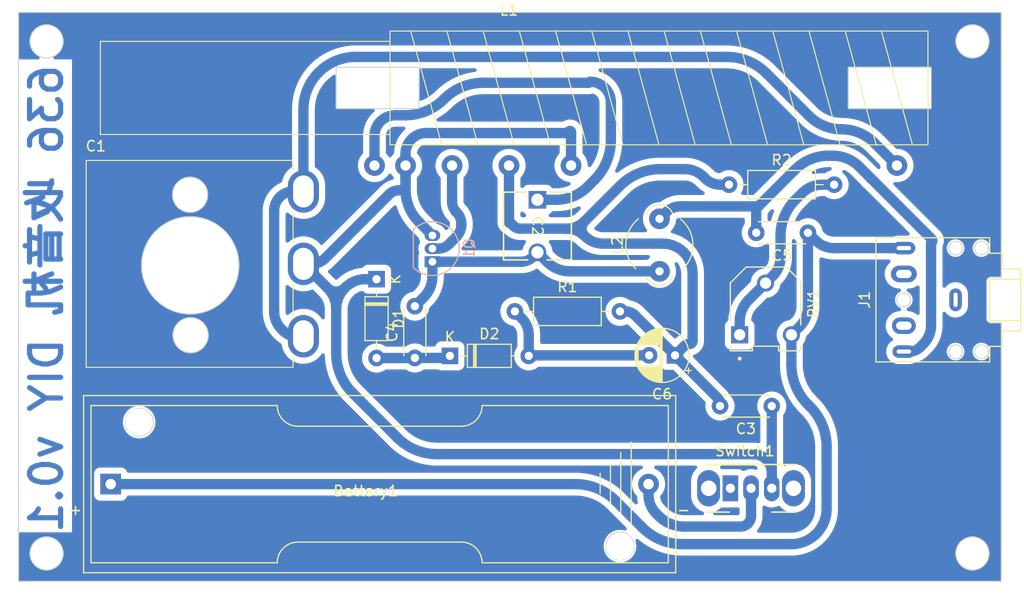
<source format=kicad_pcb>
(kicad_pcb (version 20221018) (generator pcbnew)
  (layers (0 "F.Cu" signal) (31 "B.Cu" signal) (34 "B.Paste" user) (35 "F.Paste" user) (36 "B.SilkS" user "B.Silkscreen") (37 "F.SilkS" user "F.Silkscreen") (38 "B.Mask" user) (39 "F.Mask" user) (44 "Edge.Cuts" user))
  (net 0 "")
  (net 1 "Net-(Battery1-+)")
  (net 2 "Net-(Battery1--)")
  (net 3 "Net-(C2-Pad1)")
  (net 4 "Net-(Q1-C)")
  (net 5 "GND")
  (net 6 "Net-(C3-Pad2)")
  (net 7 "Net-(D1-A)")
  (net 8 "Net-(C5-Pad2)")
  (net 9 "Net-(D2-A)")
  (net 10 "Net-(C1-Pad1)")
  (net 11 "Net-(Q1-B)")
  (net 12 "Net-(R2-Pad2)")
  (footprint "Capacitor_THT:C_Disc_D4.3mm_W1.9mm_P5.00mm" (layer "F.Cu") (at 158.1 125.25 180)
    (fp_text reference "C3" (at 2.5 -2.2) (layer "F.SilkS"))
    (fp_text value "103")
    (pad "1" thru_hole circle (at 0 0 180) (size 1.6 1.6) (drill 0.8) (layers "*.Cu" "*.Mask") (net 5 "GND"))
    (pad "2" thru_hole circle (at 5 0 180) (size 1.6 1.6) (drill 0.8) (layers "*.Cu" "*.Mask") (net 6 "Net-(C3-Pad2)"))
  )
  (footprint "Ferrite_THT:LairdTech_28C0236-0JW-10" (layer "F.Cu") (at 147.25 112.23 90)
    (fp_text reference "L2" (at 2.54 -4.064 90) (layer "F.SilkS"))
    (fp_text value "2.2mH")
    (pad "1" thru_hole circle (at 0 0 90) (size 2 2) (drill 0.8) (layers "*.Cu" "*.Mask") (net 4 "Net-(Q1-C)"))
    (pad "2" thru_hole circle (at 5.08 0 90) (size 2 2) (drill 0.8) (layers "*.Cu" "*.Mask") (net 8 "Net-(C5-Pad2)"))
  )
  (footprint "Button_Switch_THT:SW_CuK_OS102011MA1QN1_SPDT_Angled" (layer "F.Cu") (at 154.1 133.2)
    (fp_text reference "Switch1" (at 1.4 -3.6) (layer "F.SilkS"))
    (fp_text value "SW_SPDT")
    (pad "" thru_hole oval (at -2.1 0) (size 2.2 3.5) (drill 1.5) (layers "*.Cu" "*.Mask"))
    (pad "" thru_hole oval (at 6.1 0) (size 2.2 3.5) (drill 1.5) (layers "*.Cu" "*.Mask"))
    (pad "1" thru_hole rect (at 0 0) (size 1.5 2.5) (drill 0.9) (layers "*.Cu" "*.Mask"))
    (pad "2" thru_hole oval (at 2 0) (size 1.5 2.5) (drill 0.9) (layers "*.Cu" "*.Mask") (net 2 "Net-(Battery1--)"))
    (pad "3" thru_hole oval (at 4 0) (size 1.5 2.5) (drill 0.9) (layers "*.Cu" "*.Mask") (net 5 "GND"))
  )
  (footprint "Capacitor_THT:CP_Radial_D5.0mm_P2.50mm" (layer "F.Cu") (at 148.75 120.35 180)
    (fp_text reference "C6" (at 1.25 -3.75) (layer "F.SilkS"))
    (fp_text value "10uF")
    (pad "1" thru_hole rect (at 0 0 180) (size 1.6 1.6) (drill 0.8) (layers "*.Cu" "*.Mask") (net 6 "Net-(C3-Pad2)"))
    (pad "2" thru_hole circle (at 2.5 0 180) (size 1.6 1.6) (drill 0.8) (layers "*.Cu" "*.Mask") (net 9 "Net-(D2-A)"))
  )
  (footprint "Battery:BatteryHolder_Keystone_2460_1xAA" (layer "F.Cu") (at 94.2 132.8)
    (fp_text reference "Battery1" (at 24.6428 0.661 180) (layer "F.SilkS"))
    (fp_text value "1.5V")
    (fp_text user "-" (at 55.37 2.48) (layer "F.SilkS"))
    (fp_text user "+" (at -3.4 2.48) (layer "F.SilkS"))
    (pad "" np_thru_hole circle (at 2.75 -5.995 90) (size 2.64 2.64) (drill 2.64) (layers "*.Cu" "*.Mask"))
    (pad "" np_thru_hole circle (at 49.23 5.995) (size 2.64 2.64) (drill 2.64) (layers "*.Cu" "*.Mask"))
    (pad "1" thru_hole rect (at 0 0 180) (size 2 2) (drill 1.02) (layers "*.Cu" "*.Mask") (net 1 "Net-(Battery1-+)"))
    (pad "2" thru_hole circle (at 51.99 0 180) (size 2 2) (drill 1.02) (layers "*.Cu" "*.Mask") (net 2 "Net-(Battery1--)"))
  )
  (footprint "Capacitor_THT:C_Disc_D4.3mm_W1.9mm_P5.00mm" (layer "F.Cu") (at 161.6 108.5 180)
    (fp_text reference "C5" (at 2.5 -2.2) (layer "F.SilkS"))
    (fp_text value "102")
    (pad "1" thru_hole circle (at 0 0 180) (size 1.6 1.6) (drill 0.8) (layers "*.Cu" "*.Mask") (net 1 "Net-(Battery1-+)"))
    (pad "2" thru_hole circle (at 5 0 180) (size 1.6 1.6) (drill 0.8) (layers "*.Cu" "*.Mask") (net 8 "Net-(C5-Pad2)"))
  )
  (footprint "Inductor_THT:L_CommonMode_Toroid_Vertical_L43.2mm_W22.9mm_Px17.78mm_Py30.48mm_Bourns_8100" (layer "F.Cu") (at 132.7 94.5)
    (fp_text reference "L1" (at 0 -7.5) (layer "F.SilkS"))
    (fp_text value "~")
    (pad "1" thru_hole circle (at 37.5 7.5) (size 2 2) (drill 1) (layers "*.Cu" "*.Mask") (net 10 "Net-(C1-Pad1)"))
    (pad "2" thru_hole circle (at 6 7.5) (size 2 2) (drill 1) (layers "*.Cu" "*.Mask") (net 5 "GND"))
    (pad "3" thru_hole circle (at 0 7.5) (size 2 2) (drill 1) (layers "*.Cu" "*.Mask") (net 6 "Net-(C3-Pad2)"))
    (pad "4" thru_hole circle (at -5.5 7.5) (size 2 2) (drill 1) (layers "*.Cu" "*.Mask") (net 11 "Net-(Q1-B)"))
    (pad "5" thru_hole circle (at -10 7.5) (size 2 2) (drill 1) (layers "*.Cu" "*.Mask") (net 5 "GND"))
    (pad "6" thru_hole circle (at -13 7.5) (size 2 2) (drill 1) (layers "*.Cu" "*.Mask") (net 3 "Net-(C2-Pad1)"))
  )
  (footprint "Diode_THT:D_DO-35_SOD27_P7.62mm_Horizontal" (layer "F.Cu") (at 126.99 120.4)
    (fp_text reference "D2" (at 3.81 -2.12) (layer "F.SilkS"))
    (fp_text value "1N4148")
    (fp_text user "K" (at 0 -1.8) (layer "F.SilkS"))
    (pad "1" thru_hole rect (at 0 0) (size 1.6 1.6) (drill 0.8) (layers "*.Cu" "*.Mask") (net 7 "Net-(D1-A)"))
    (pad "2" thru_hole oval (at 7.62 0) (size 1.6 1.6) (drill 0.8) (layers "*.Cu" "*.Mask") (net 9 "Net-(D2-A)"))
  )
  (footprint "Rotary_Encoder:RotaryEncoder_Bourns_Vertical_PEC12R-3x17F-Sxxxx" (layer "F.Cu") (at 101.8286 111.506)
    (fp_text reference "C1" (at -9.0678 -11.3792 180) (layer "F.SilkS"))
    (fp_text value "CBM-223 ")
    (pad "1" thru_hole oval (at 11 -7 90) (size 4.1 3) (drill oval 3.1 2) (layers "*.Cu" "*.Mask") (net 10 "Net-(C1-Pad1)"))
    (pad "2" thru_hole oval (at 11 0 90) (size 4.1 3) (drill oval 3.1 2) (layers "*.Cu" "*.Mask") (net 5 "GND"))
    (pad "3" thru_hole oval (at 11 7 90) (size 4.1 3) (drill oval 3.1 2) (layers "*.Cu" "*.Mask") (net 10 "Net-(C1-Pad1)"))
  )
  (footprint "radio636footprints:TRIM_3306F-1-503" (layer "F.Cu") (at 157.5 115.8625 -90)
    (fp_text reference "RV1" (at -0.525 -4.625 90) (layer "F.SilkS"))
    (fp_text value "50k")
    (pad "1" thru_hole rect (at 2.5 2.5 270) (size 1.65 1.65) (drill 1.1) (layers "*.Cu" "*.Mask") (net 12 "Net-(R2-Pad2)"))
    (pad "2" thru_hole circle (at -2.5 0 270) (size 1.65 1.65) (drill 1.1) (layers "*.Cu" "*.Mask") (net 12 "Net-(R2-Pad2)"))
    (pad "3" thru_hole circle (at 2.5 -2.5 270) (size 1.65 1.65) (drill 1.1) (layers "*.Cu" "*.Mask") (net 1 "Net-(Battery1-+)"))
  )
  (footprint "Resistor_THT:R_Axial_DIN0207_L6.3mm_D2.5mm_P10.16mm_Horizontal" (layer "F.Cu") (at 133.27 116.1)
    (fp_text reference "R1" (at 5.08 -2.37) (layer "F.SilkS"))
    (fp_text value "10K")
    (pad "1" thru_hole circle (at 0 0) (size 1.6 1.6) (drill 0.8) (layers "*.Cu" "*.Mask") (net 9 "Net-(D2-A)"))
    (pad "2" thru_hole oval (at 10.16 0) (size 1.6 1.6) (drill 0.8) (layers "*.Cu" "*.Mask") (net 6 "Net-(C3-Pad2)"))
  )
  (footprint "radio636footprints:VCAP_GKGXXX15_SGM" (layer "F.Cu") (at 135.45 105.31 -90)
    (fp_text reference "C2" (at 2.54 0 -90 unlocked) (layer "F.SilkS"))
    (fp_text value "30p")
    (pad "1" thru_hole rect (at 0 0 270) (size 1.7018 1.7018) (drill 1.1938) (layers "*.Cu" "*.Mask") (net 3 "Net-(C2-Pad1)"))
    (pad "2" thru_hole circle (at 5.08 0 270) (size 1.7018 1.7018) (drill 1.1938) (layers "*.Cu" "*.Mask") (net 4 "Net-(Q1-C)"))
  )
  (footprint "Diode_THT:D_DO-35_SOD27_P7.62mm_Horizontal" (layer "F.Cu") (at 119.9 112.99 -90)
    (fp_text reference "D1" (at 3.81 -2.12 90) (layer "F.SilkS"))
    (fp_text value "1N4148")
    (fp_text user "K" (at 0 -1.8 90) (layer "F.SilkS"))
    (pad "1" thru_hole rect (at 0 0 270) (size 1.6 1.6) (drill 0.8) (layers "*.Cu" "*.Mask") (net 5 "GND"))
    (pad "2" thru_hole oval (at 7.62 0 270) (size 1.6 1.6) (drill 0.8) (layers "*.Cu" "*.Mask") (net 7 "Net-(D1-A)"))
  )
  (footprint "Resistor_THT:R_Axial_DIN0207_L6.3mm_D2.5mm_P10.16mm_Horizontal" (layer "F.Cu") (at 153.97 103.85)
    (fp_text reference "R2" (at 5.08 -2.37) (layer "F.SilkS"))
    (fp_text value "10K")
    (pad "1" thru_hole circle (at 0 0) (size 1.6 1.6) (drill 0.8) (layers "*.Cu" "*.Mask") (net 6 "Net-(C3-Pad2)"))
    (pad "2" thru_hole oval (at 10.16 0) (size 1.6 1.6) (drill 0.8) (layers "*.Cu" "*.Mask") (net 12 "Net-(R2-Pad2)"))
  )
  (footprint "Connector_Audio:Jack_3.5mm_CUI_SJ1-3525N_Horizontal" (layer "F.Cu") (at 175.8696 114.982 90)
    (fp_text reference "J1" (at 0 -8.8 90) (layer "F.SilkS"))
    (fp_text value "AudioJack2")
    (pad "" np_thru_hole circle (at -5 0 90) (size 1.2 1.2) (drill 1.2) (layers "F&B.Cu" "*.Mask"))
    (pad "" np_thru_hole circle (at -5 2.5 90) (size 1.2 1.2) (drill 1.2) (layers "F&B.Cu" "*.Mask"))
    (pad "" np_thru_hole circle (at 0 -5 90) (size 1.2 1.2) (drill 1.2) (layers "F&B.Cu" "*.Mask"))
    (pad "" np_thru_hole circle (at 5 0 90) (size 1.2 1.2) (drill 1.2) (layers "F&B.Cu" "*.Mask"))
    (pad "" np_thru_hole circle (at 5 2.5 90) (size 1.2 1.2) (drill 1.2) (layers "F&B.Cu" "*.Mask"))
    (pad "R" thru_hole oval (at -5 -5 90) (size 1.2 2.2) (drill oval 0.4 1.4) (layers "*.Cu" "*.Mask") (net 8 "Net-(C5-Pad2)"))
    (pad "RN" thru_hole oval (at -2.5 -5 90) (size 1.6 2.3) (drill oval 0.8 1.5) (layers "*.Cu" "*.Mask"))
    (pad "S" thru_hole oval (at 0 0 90) (size 2.2 1.2) (drill oval 1.4 0.4) (layers "*.Cu" "*.Mask"))
    (pad "T" thru_hole oval (at 5 -5 270) (size 1.2 2.2) (drill oval 0.4 1.4) (layers "*.Cu" "*.Mask") (net 1 "Net-(Battery1-+)"))
    (pad "TN" thru_hole oval (at 2.5 -5 270) (size 1.6 2.5) (drill oval 0.8 1.5) (layers "*.Cu" "*.Mask"))
  )
  (footprint "Capacitor_THT:C_Disc_D4.3mm_W1.9mm_P5.00mm" (layer "F.Cu") (at 123.6 120.6 90)
    (fp_text reference "C4" (at 2.5 -2.2 90) (layer "F.SilkS"))
    (fp_text value "271")
    (pad "1" thru_hole circle (at 0 0 90) (size 1.6 1.6) (drill 0.8) (layers "*.Cu" "*.Mask") (net 7 "Net-(D1-A)"))
    (pad "2" thru_hole circle (at 5 0 90) (size 1.6 1.6) (drill 0.8) (layers "*.Cu" "*.Mask") (net 4 "Net-(Q1-C)"))
  )
  (footprint "Package_TO_SOT_THT:TO-92_Inline" (layer "B.Cu") (at 125.3 111.3 90)
    (fp_text reference "Q1" (at 1.27 3.56 90) (layer "B.SilkS") (effects (justify mirror)))
    (fp_text value "BC547/S9014")
    (pad "1" thru_hole rect (at 0 0 90) (size 1.05 1.5) (drill 0.75) (layers "*.Cu" "*.Mask") (net 4 "Net-(Q1-C)"))
    (pad "2" thru_hole oval (at 1.27 0 90) (size 1.05 1.5) (drill 0.75) (layers "*.Cu" "*.Mask") (net 11 "Net-(Q1-B)"))
    (pad "3" thru_hole oval (at 2.54 0 90) (size 1.05 1.5) (drill 0.75) (layers "*.Cu" "*.Mask") (net 5 "GND"))
  )
  (gr_circle (center 101.925 118.4) (end 103.625 118.4) (stroke (width 0.1)) (fill none) (layer "Edge.Cuts"))
  (gr_circle (center 88 139.5) (end 89.6 139.5) (stroke (width 0.1)) (fill none) (layer "Edge.Cuts"))
  (gr_circle (center 175.875 120) (end 176.45 120.35) (stroke (width 0.1)) (fill none) (layer "Edge.Cuts"))
  (gr_circle (center 170.85 115) (end 171.425 115.35) (stroke (width 0.1)) (fill none) (layer "Edge.Cuts"))
  (gr_circle (center 101.875 104.825) (end 103.575 104.825) (stroke (width 0.1)) (fill none) (layer "Edge.Cuts"))
  (gr_circle (center 96.975 126.825) (end 97.975 127.725) (stroke (width 0.1)) (fill none) (layer "Edge.Cuts"))
  (gr_circle (center 178.375 109.975) (end 178.95 110.325) (stroke (width 0.1)) (fill none) (layer "Edge.Cuts"))
  (gr_circle (center 143.425 138.775) (end 144.425 139.675) (stroke (width 0.1)) (fill none) (layer "Edge.Cuts"))
  (gr_line (start 180.2892 112.7956) (end 180.2892 87.1956) (stroke (width 0.1)) (layer "Edge.Cuts"))
  (gr_circle (center 177.5 90) (end 179.1 90) (stroke (width 0.1)) (fill none) (layer "Edge.Cuts"))
  (gr_arc (start 178.895479 113.195667) (mid 179.011666 112.91624) (end 179.2892 112.7956) (stroke (width 0.1)) (layer "Edge.Cuts"))
  (gr_line (start 179.289182 117.201626) (end 180.2892 117.1956) (stroke (width 0.1)) (layer "Edge.Cuts"))
  (gr_rect (start 116 92.5) (end 124 96.5) (stroke (width 0.1)) (fill none) (layer "Edge.Cuts"))
  (gr_line (start 180.2892 112.7956) (end 179.2892 112.7956) (stroke (width 0.1)) (layer "Edge.Cuts"))
  (gr_circle (center 177.5 139.5) (end 179.1 139.5) (stroke (width 0.1)) (fill none) (layer "Edge.Cuts"))
  (gr_circle (center 175.875 109.975) (end 176.45 110.325) (stroke (width 0.1)) (fill none) (layer "Edge.Cuts"))
  (gr_rect (start 165.5 92.5) (end 173.5 96.5) (stroke (width 0.1)) (fill none) (layer "Edge.Cuts"))
  (gr_circle (center 88 90) (end 89.6 90) (stroke (width 0.1)) (fill none) (layer "Edge.Cuts"))
  (gr_line (start 85.2892 87.1956) (end 85.2892 142.1956) (stroke (width 0.1)) (layer "Edge.Cuts"))
  (gr_line (start 178.8892 113.1956) (end 178.8892 116.7956) (stroke (width 0.1)) (layer "Edge.Cuts"))
  (gr_arc (start 179.289182 117.201626) (mid 179.004569 117.081975) (end 178.889201 116.7956) (stroke (width 0.1)) (layer "Edge.Cuts"))
  (gr_circle (center 101.889342 111.65) (end 106.589342 111.65) (stroke (width 0.1)) (fill none) (layer "Edge.Cuts"))
  (gr_line (start 180.2892 142.1956) (end 180.2892 117.1956) (stroke (width 0.1)) (layer "Edge.Cuts"))
  (gr_line (start 180.2892 87.1956) (end 85.2892 87.1956) (stroke (width 0.1)) (layer "Edge.Cuts"))
  (gr_circle (center 178.375 120) (end 178.95 120.35) (stroke (width 0.1)) (fill none) (layer "Edge.Cuts"))
  (gr_line (start 85.2892 142.1956) (end 180.2892 142.1956) (stroke (width 0.1)) (layer "Edge.Cuts"))
  (gr_text "636 收音机 DIY v0.1" (at 89.75 92 90) (layer "B.Cu") (effects (font (size 3 3) (thickness 0.5) bold) (justify left bottom mirror)))
  (segment (start 142.993792 134.393792) (end 145.606207 137.006207) (width 1) (layer "B.Cu") (net 1))
  (segment (start 161.6 109.023966) (end 161.6 115.631129) (width 1) (layer "B.Cu") (net 1))
  (segment (start 164.129932 109.982) (end 170.8696 109.982) (width 1) (layer "B.Cu") (net 1))
  (segment (start 160.4 117.9625) (end 160.8 117.5625) (width 1) (layer "B.Cu") (net 1))
  (segment (start 160 121.246036) (end 160 118.928185) (width 1) (layer "B.Cu") (net 1))
  (segment (start 159.985786 138.6) (end 149.453963 138.6) (width 1) (layer "B.Cu") (net 1))
  (segment (start 163.4 135.185786) (end 163.4 129.153963) (width 1) (layer "B.Cu") (net 1))
  (segment (start 161.593792 125.093792) (end 161.806207 125.306207) (width 1) (layer "B.Cu") (net 1))
  (segment (start 161.9705 108.8705) (end 162.341 109.241) (width 1) (layer "B.Cu") (net 1))
  (segment (start 139.146036 132.8) (end 94.2 132.8) (width 1) (layer "B.Cu") (net 1))
  (arc (start 160.4 117.9625) (mid 160.103956 118.40556) (end 160 118.928185) (width 1) (layer "B.Cu") (net 1))
  (arc (start 162.341 109.241) (mid 163.161769 109.78942) (end 164.129932 109.982) (width 1) (layer "B.Cu") (net 1))
  (arc (start 145.606207 137.006207) (mid 147.371572 138.185786) (end 149.453963 138.6) (width 1) (layer "B.Cu") (net 1))
  (arc (start 161.9705 108.8705) (mid 161.733978 108.823452) (end 161.6 109.023966) (width 1) (layer "B.Cu") (net 1))
  (arc (start 139.146036 132.8) (mid 141.228426 133.214213) (end 142.993792 134.393792) (width 1) (layer "B.Cu") (net 1))
  (arc (start 162.4 137.6) (mid 163.140108 136.492349) (end 163.4 135.185786) (width 1) (layer "B.Cu") (net 1))
  (arc (start 161.593792 125.093792) (mid 160.414213 123.328426) (end 160 121.246036) (width 1) (layer "B.Cu") (net 1))
  (arc (start 160.8 117.5625) (mid 161.392086 116.676379) (end 161.6 115.631129) (width 1) (layer "B.Cu") (net 1))
  (arc (start 162.4 137.6) (mid 161.292349 138.340108) (end 159.985786 138.6) (width 1) (layer "B.Cu") (net 1))
  (arc (start 163.4 129.153963) (mid 162.985786 127.071572) (end 161.806207 125.306207) (width 1) (layer "B.Cu") (net 1))
  (segment (start 146.19 133.845) (end 146.19 132.8) (width 1) (layer "B.Cu") (net 2))
  (segment (start 156.1 135.875735) (end 156.1 133.2) (width 1) (layer "B.Cu") (net 2))
  (segment (start 146.928926 135.628926) (end 147.195 135.895) (width 1) (layer "B.Cu") (net 2))
  (segment (start 149.621284 136.9) (end 155.075735 136.9) (width 1) (layer "B.Cu") (net 2))
  (arc (start 146.19 133.845) (mid 146.38204 134.810453) (end 146.928926 135.628926) (width 1) (layer "B.Cu") (net 2))
  (arc (start 155.8 136.6) (mid 155.467704 136.822032) (end 155.075735 136.9) (width 1) (layer "B.Cu") (net 2))
  (arc (start 149.621284 136.9) (mid 148.308188 136.638809) (end 147.195 135.895) (width 1) (layer "B.Cu") (net 2))
  (arc (start 156.1 135.875735) (mid 156.022032 136.267704) (end 155.8 136.6) (width 1) (layer "B.Cu") (net 2))
  (segment (start 119.7 99.1435) (end 119.7 102) (width 1) (layer "B.Cu") (net 3))
  (segment (start 122.633706 97.143502) (end 121.699998 97.143502) (width 1) (layer "B.Cu") (net 3))
  (segment (start 140.956207 103.393792) (end 140.309256 104.040742) (width 1) (layer "B.Cu") (net 3))
  (segment (start 130.222791 94) (end 140.37929 94) (width 1) (layer "B.Cu") (net 3))
  (segment (start 142.55 99.546036) (end 142.55 95.899998) (width 1) (layer "B.Cu") (net 3))
  (segment (start 140.550001 93.9) (end 140.500001 93.95) (width 1) (layer "B.Cu") (net 3))
  (segment (start 137.245 105.31) (end 135.45 105.31) (width 1) (layer "B.Cu") (net 3))
  (arc (start 121.699998 97.143502) (mid 120.285785 97.729287) (end 119.7 99.1435) (width 1) (layer "B.Cu") (net 3))
  (arc (start 140.550001 93.9) (mid 141.964213 94.485785) (end 142.55 95.899998) (width 1) (layer "B.Cu") (net 3))
  (arc (start 140.500001 93.95) (mid 140.444618 93.987005) (end 140.37929 94) (width 1) (layer "B.Cu") (net 3))
  (arc (start 130.222791 94) (mid 128.169199 94.408484) (end 126.428249 95.571751) (width 1) (layer "B.Cu") (net 3))
  (arc (start 142.55 99.546036) (mid 142.135786 101.628426) (end 140.956207 103.393792) (width 1) (layer "B.Cu") (net 3))
  (arc (start 137.245 105.31) (mid 138.903363 104.98013) (end 140.309256 104.040742) (width 1) (layer "B.Cu") (net 3))
  (arc (start 126.428249 95.571751) (mid 124.687297 96.735017) (end 122.633706 97.143502) (width 1) (layer "B.Cu") (net 3))
  (segment (start 135.905 110.845) (end 136.37 111.31) (width 1) (layer "B.Cu") (net 4))
  (segment (start 125.3 111.3) (end 133.896532 111.3) (width 1) (layer "B.Cu") (net 4))
  (segment (start 138.591076 112.23) (end 147.25 112.23) (width 1) (layer "B.Cu") (net 4))
  (segment (start 125.3 111.3) (end 125.3 112.697918) (width 1) (layer "B.Cu") (net 4))
  (segment (start 124.45 114.75) (end 123.6 115.6) (width 1) (layer "B.Cu") (net 4))
  (arc (start 134.995 110.845) (mid 134.491018 111.181749) (end 133.896532 111.3) (width 1) (layer "B.Cu") (net 4))
  (arc (start 134.995 110.845) (mid 135.45 110.656532) (end 135.905 110.845) (width 1) (layer "B.Cu") (net 4))
  (arc (start 124.45 114.75) (mid 125.079092 113.808496) (end 125.3 112.697918) (width 1) (layer "B.Cu") (net 4))
  (arc (start 138.591076 112.23) (mid 137.389038 111.990899) (end 136.37 111.31) (width 1) (layer "B.Cu") (net 4))
  (segment (start 156.307537 129.9) (end 125.753963 129.9) (width 1) (layer "B.Cu") (net 5))
  (segment (start 116 115.870571) (end 116 120.146036) (width 1) (layer "B.Cu") (net 5))
  (segment (start 124 107.46) (end 125.3 108.76) (width 1) (layer "B.Cu") (net 5))
  (segment (start 116.905127 113.772272) (end 116.843699 113.833699) (width 1) (layer "B.Cu") (net 5))
  (segment (start 158.1 133.2) (end 158.1 131.692462) (width 1) (layer "B.Cu") (net 5))
  (segment (start 122.7 103) (end 122.7 101) (width 1) (layer "B.Cu") (net 5))
  (segment (start 115.1563 113.8337) (end 113.105326 111.782726) (width 1) (layer "B.Cu") (net 5))
  (segment (start 118.7937 112.99) (end 119.9 112.99) (width 1) (layer "B.Cu") (net 5))
  (segment (start 122.7 103) (end 122.7 100.860658) (width 1) (layer "B.Cu") (net 5))
  (segment (start 113.21995 111.506) (end 113.6113 111.506) (width 1) (layer "B.Cu") (net 5))
  (segment (start 114.947452 110.952547) (end 121.111091 104.788908) (width 1) (layer "B.Cu") (net 5))
  (segment (start 158.1 133.2) (end 158.1 125.25) (width 1) (layer "B.Cu") (net 5))
  (segment (start 122.7 103) (end 122.7 104.229289) (width 1) (layer "B.Cu") (net 5))
  (segment (start 124.699998 98.86066) (end 138.117156 98.86066) (width 1) (layer "B.Cu") (net 5))
  (segment (start 122.7 103) (end 122.7 104.321522) (width 1) (layer "B.Cu") (net 5))
  (segment (start 121.906207 128.306207) (end 117.593792 123.993792) (width 1) (layer "B.Cu") (net 5))
  (segment (start 138.7 98.760659) (end 138.7 102) (width 1) (layer "B.Cu") (net 5))
  (segment (start 122.05 104.4) (end 122.529289 104.4) (width 1) (layer "B.Cu") (net 5))
  (arc (start 122.05 104.4) (mid 121.541866 104.501073) (end 121.111091 104.788908) (width 1) (layer "B.Cu") (net 5))
  (arc (start 118.7937 112.99) (mid 117.771611 113.193305) (end 116.905127 113.772272) (width 1) (layer "B.Cu") (net 5))
  (arc (start 116 115.870571) (mid 115.780729 114.768224) (end 115.1563 113.8337) (width 1) (layer "B.Cu") (net 5))
  (arc (start 116 120.146036) (mid 116.414213 122.228426) (end 117.593792 123.993792) (width 1) (layer "B.Cu") (net 5))
  (arc (start 156.307537 129.9) (mid 156.993483 130.036443) (end 157.575 130.425) (width 1) (layer "B.Cu") (net 5))
  (arc (start 122.65 104.35) (mid 122.594617 104.387005) (end 122.529289 104.4) (width 1) (layer "B.Cu") (net 5))
  (arc (start 122.7 103) (mid 122.7 103) (end 122.7 103) (width 1) (layer "B.Cu") (net 5))
  (arc (start 122.65 104.35) (mid 122.687005 104.294617) (end 122.7 104.229289) (width 1) (layer "B.Cu") (net 5))
  (arc (start 124.699998 98.86066) (mid 123.285785 99.446445) (end 122.7 100.860658) (width 1) (layer "B.Cu") (net 5))
  (arc (start 116 115.870571) (mid 116.21927 114.768224) (end 116.843699 113.833699) (width 1) (layer "B.Cu") (net 5))
  (arc (start 138.7 98.760659) (mid 138.638268 98.668271) (end 138.529289 98.689949) (width 1) (layer "B.Cu") (net 5))
  (arc (start 113.21995 111.506) (mid 113.070186 111.606068) (end 113.105326 111.782726) (width 1) (layer "B.Cu") (net 5))
  (arc (start 121.906207 128.306207) (mid 123.671572 129.485786) (end 125.753963 129.9) (width 1) (layer "B.Cu") (net 5))
  (arc (start 122.7 104.321522) (mid 123.037858 106.020054) (end 124 107.46) (width 1) (layer "B.Cu") (net 5))
  (arc (start 114.947452 110.952547) (mid 114.33442 111.362162) (end 113.6113 111.506) (width 1) (layer "B.Cu") (net 5))
  (arc (start 158.1 131.692462) (mid 157.963556 131.006516) (end 157.575 130.425) (width 1) (layer "B.Cu") (net 5))
  (arc (start 116.843699 113.833699) (mid 115.999999 114.183171) (end 115.1563 113.8337) (width 1) (layer "B.Cu") (net 5))
  (arc (start 138.529289 98.689949) (mid 138.3402 98.816293) (end 138.117156 98.86066) (width 1) (layer "B.Cu") (net 5))
  (segment (start 144.878302 116.478302) (end 148.75 120.35) (width 1) (layer "B.Cu") (net 6))
  (segment (start 151.52 103.1) (end 151.668959 103.248959) (width 1) (layer "B.Cu") (net 6))
  (segment (start 141.775304 109.55) (end 147.547918 109.55) (width 1) (layer "B.Cu") (net 6))
  (segment (start 147.303963 102.35) (end 149.709339 102.35) (width 1) (layer "B.Cu") (net 6))
  (segment (start 153.12 103.85) (end 153.97 103.85) (width 1) (layer "B.Cu") (net 6))
  (segment (start 150.45 118.95) (end 150.45 112.452081) (width 1) (layer "B.Cu") (net 6))
  (segment (start 143.965 116.1) (end 143.43 116.1) (width 1) (layer "B.Cu") (net 6))
  (segment (start 132.903033 107.603033) (end 133.125 107.825) (width 1) (layer "B.Cu") (net 6))
  (segment (start 132.7 107.475) (end 132.7 102) (width 1) (layer "B.Cu") (net 6))
  (segment (start 140.025 107.375) (end 143.456207 103.943792) (width 1) (layer "B.Cu") (net 6))
  (segment (start 138.274695 108.1) (end 133.788908 108.1) (width 1) (layer "B.Cu") (net 6))
  (segment (start 152.905545 124.505545) (end 148.75 120.35) (width 1) (layer "B.Cu") (net 6))
  (segment (start 149.637867 119.462132) (end 148.75 120.35) (width 1) (layer "B.Cu") (net 6))
  (segment (start 153.1 124.975) (end 153.1 125.25) (width 1) (layer "B.Cu") (net 6))
  (arc (start 150.15 119.25) (mid 149.872835 119.305131) (end 149.637867 119.462132) (width 1) (layer "B.Cu") (net 6))
  (arc (start 133.125 107.825) (mid 133.429603 108.028529) (end 133.788908 108.1) (width 1) (layer "B.Cu") (net 6))
  (arc (start 147.303963 102.35) (mid 145.221572 102.764213) (end 143.456207 103.943792) (width 1) (layer "B.Cu") (net 6))
  (arc (start 152.905545 124.505545) (mid 153.049462 124.720932) (end 153.1 124.975) (width 1) (layer "B.Cu") (net 6))
  (arc (start 132.7 107.475) (mid 132.721966 107.528033) (end 132.775 107.55) (width 1) (layer "B.Cu") (net 6))
  (arc (start 151.668959 103.248959) (mid 152.334702 103.693794) (end 153.12 103.85) (width 1) (layer "B.Cu") (net 6))
  (arc (start 138.274695 108.1) (mid 139.221953 108.288421) (end 140.025 108.825) (width 1) (layer "B.Cu") (net 6))
  (arc (start 150.15 119.25) (mid 150.362132 119.162132) (end 150.45 118.95) (width 1) (layer "B.Cu") (net 6))
  (arc (start 144.878302 116.478302) (mid 144.459275 116.198317) (end 143.965 116.1) (width 1) (layer "B.Cu") (net 6))
  (arc (start 147.547918 109.55) (mid 148.658496 109.770907) (end 149.6 110.4) (width 1) (layer "B.Cu") (net 6))
  (arc (start 132.903033 107.603033) (mid 132.84429 107.563782) (end 132.775 107.55) (width 1) (layer "B.Cu") (net 6))
  (arc (start 150.45 112.452081) (mid 150.229092 111.341502) (end 149.6 110.4) (width 1) (layer "B.Cu") (net 6))
  (arc (start 141.775304 109.55) (mid 140.828046 109.361578) (end 140.025 108.825) (width 1) (layer "B.Cu") (net 6))
  (arc (start 151.52 103.1) (mid 150.689261 102.544918) (end 149.709339 102.35) (width 1) (layer "B.Cu") (net 6))
  (arc (start 140.025 107.375) (mid 139.724695 108.1) (end 140.025 108.825) (width 1) (layer "B.Cu") (net 6))
  (arc (start 140.025 107.375) (mid 139.221953 107.911578) (end 138.274695 108.1) (width 1) (layer "B.Cu") (net 6))
  (segment (start 126.89 120.5) (end 126.99 120.4) (width 1) (layer "B.Cu") (net 7))
  (segment (start 123.607071 120.6) (end 126.648578 120.6) (width 1) (layer "B.Cu") (net 7))
  (segment (start 123.582928 120.61) (end 119.9 120.61) (width 1) (layer "B.Cu") (net 7))
  (arc (start 123.582928 120.61) (mid 123.589461 120.6087) (end 123.595 120.605) (width 1) (layer "B.Cu") (net 7))
  (arc (start 126.648578 120.6) (mid 126.779234 120.57401) (end 126.89 120.5) (width 1) (layer "B.Cu") (net 7))
  (arc (start 123.607071 120.6) (mid 123.600538 120.601299) (end 123.595 120.605) (width 1) (layer "B.Cu") (net 7))
  (segment (start 172.42402 119.575979) (end 172.759 119.241) (width 1) (layer "B.Cu") (net 8))
  (segment (start 173.5975 109.1475) (end 167.717677 103.267677) (width 1) (layer "B.Cu") (net 8))
  (segment (start 156.899999 105.849999) (end 156.7 106.05) (width 1) (layer "B.Cu") (net 8))
  (segment (start 163.97972 101.05) (end 163.6 101.05) (width 1) (layer "B.Cu") (net 8))
  (segment (start 149.298528 105.95) (end 156.658578 105.95) (width 1) (layer "B.Cu") (net 8))
  (segment (start 171.4438 119.982) (end 170.8696 119.982) (width 1) (layer "B.Cu") (net 8))
  (segment (start 156.899999 105.849999) (end 160.356497 102.393502) (width 1) (layer "B.Cu") (net 8))
  (segment (start 147.85 106.55) (end 147.25 107.15) (width 1) (layer "B.Cu") (net 8))
  (segment (start 173.5 117.452067) (end 173.5 109.577885) (width 1) (layer "B.Cu") (net 8))
  (segment (start 156.6 106.291421) (end 156.6 108.5) (width 1) (layer "B.Cu") (net 8))
  (segment (start 167.632322 103.182322) (end 166.575 102.125) (width 1) (layer "B.Cu") (net 8))
  (arc (start 156.7 106.05) (mid 156.712698 105.986161) (end 156.658578 105.95) (width 1) (layer "B.Cu") (net 8))
  (arc (start 173.5975 109.3425) (mid 173.525339 109.450495) (end 173.5 109.577885) (width 1) (layer "B.Cu") (net 8))
  (arc (start 167.675 103.25) (mid 167.698096 103.254594) (end 167.717677 103.267677) (width 1) (layer "B.Cu") (net 8))
  (arc (start 160.356497 102.393502) (mid 161.844628 101.399164) (end 163.6 101.05) (width 1) (layer "B.Cu") (net 8))
  (arc (start 167.632322 103.182322) (mid 167.645405 103.201902) (end 167.65 103.225) (width 1) (layer "B.Cu") (net 8))
  (arc (start 167.675 103.25) (mid 167.657322 103.242677) (end 167.65 103.225) (width 1) (layer "B.Cu") (net 8))
  (arc (start 156.6 106.291421) (mid 156.625989 106.160764) (end 156.7 106.05) (width 1) (layer "B.Cu") (net 8))
  (arc (start 163.97972 101.05) (mid 165.384275 101.329383) (end 166.575 102.125) (width 1) (layer "B.Cu") (net 8))
  (arc (start 172.759 119.241) (mid 173.30742 118.42023) (end 173.5 117.452067) (width 1) (layer "B.Cu") (net 8))
  (arc (start 172.42402 119.575979) (mid 171.974291 119.876478) (end 171.4438 119.982) (width 1) (layer "B.Cu") (net 8))
  (arc (start 156.899999 105.849999) (mid 156.789234 105.92401) (end 156.658578 105.95) (width 1) (layer "B.Cu") (net 8))
  (arc (start 147.85 106.55) (mid 148.51459 106.105934) (end 149.298528 105.95) (width 1) (layer "B.Cu") (net 8))
  (arc (start 173.5975 109.1475) (mid 173.637885 109.245) (end 173.5975 109.3425) (width 1) (layer "B.Cu") (net 8))
  (segment (start 133.94 116.77) (end 133.27 116.1) (width 1) (layer "B.Cu") (net 9))
  (segment (start 134.61 118.387523) (end 134.61 120.364644) (width 1) (layer "B.Cu") (net 9))
  (segment (start 134.695355 120.35) (end 146.25 120.35) (width 1) (layer "B.Cu") (net 9))
  (arc (start 133.94 116.77) (mid 134.435872 117.512125) (end 134.61 118.387523) (width 1) (layer "B.Cu") (net 9))
  (arc (start 134.635 120.375) (mid 134.61904 120.378174) (end 134.61 120.364644) (width 1) (layer "B.Cu") (net 9))
  (arc (start 134.635 120.375) (mid 134.662691 120.356497) (end 134.695355 120.35) (width 1) (layer "B.Cu") (net 9))
  (segment (start 111.867574 104.506) (end 111.9613 104.506) (width 1) (layer "B.Cu") (net 10))
  (segment (start 112.1173 118.506) (end 112.8286 118.506) (width 1) (layer "B.Cu") (net 10))
  (segment (start 110.703 117.803) (end 110.903034 118.003034) (width 1) (layer "B.Cu") (net 10))
  (segment (start 112.8286 103.6387) (end 112.8286 96.572497) (width 1) (layer "B.Cu") (net 10))
  (segment (start 168.008147 99.808147) (end 170.2 102) (width 1) (layer "B.Cu") (net 10))
  (segment (start 117.901097 91.5) (end 153.746036 91.5) (width 1) (layer "B.Cu") (net 10))
  (segment (start 110 116.105807) (end 110 106.373574) (width 1) (layer "B.Cu") (net 10))
  (segment (start 161.691852 97.191852) (end 157.593792 93.093792) (width 1) (layer "B.Cu") (net 10))
  (arc (start 157.593792 93.093792) (mid 155.828426 91.914213) (end 153.746036 91.5) (width 1) (layer "B.Cu") (net 10))
  (arc (start 110 116.105807) (mid 110.182703 117.024321) (end 110.703 117.803) (width 1) (layer "B.Cu") (net 10))
  (arc (start 110.903034 118.003034) (mid 111.460144 118.375283) (end 112.1173 118.506) (width 1) (layer "B.Cu") (net 10))
  (arc (start 161.691852 97.191852) (mid 163.140822 98.160023) (end 164.85 98.5) (width 1) (layer "B.Cu") (net 10))
  (arc (start 110.547 105.053) (mid 111.152884 104.64816) (end 111.867574 104.506) (width 1) (layer "B.Cu") (net 10))
  (arc (start 168.008147 99.808147) (mid 166.559176 98.839976) (end 164.85 98.5) (width 1) (layer "B.Cu") (net 10))
  (arc (start 114.3143 92.9857) (mid 113.21472 94.631336) (end 112.8286 96.572497) (width 1) (layer "B.Cu") (net 10))
  (arc (start 110.547 105.053) (mid 110.14216 105.658884) (end 110 106.373574) (width 1) (layer "B.Cu") (net 10))
  (arc (start 114.3143 92.9857) (mid 115.959936 91.88612) (end 117.901097 91.5) (width 1) (layer "B.Cu") (net 10))
  (arc (start 112.8286 103.6387) (mid 112.574573 104.251973) (end 111.9613 104.506) (width 1) (layer "B.Cu") (net 10))
  (segment (start 127.2 105.463603) (end 127.2 102) (width 1) (layer "B.Cu") (net 11))
  (segment (start 125.885 110.03) (end 125.3 110.03) (width 1) (layer "B.Cu") (net 11))
  (segment (start 128.1 107.7) (end 128.1 107.636396) (width 1) (layer "B.Cu") (net 11))
  (segment (start 127.605025 108.894974) (end 126.883657 109.616342) (width 1) (layer "B.Cu") (net 11))
  (arc (start 127.65 106.55) (mid 127.983048 107.048442) (end 128.1 107.636396) (width 1) (layer "B.Cu") (net 11))
  (arc (start 128.1 107.7) (mid 127.97136 108.346715) (end 127.605025 108.894974) (width 1) (layer "B.Cu") (net 11))
  (arc (start 126.883657 109.616342) (mid 126.425469 109.922493) (end 125.885 110.03) (width 1) (layer "B.Cu") (net 11))
  (arc (start 127.65 106.55) (mid 127.316951 106.051556) (end 127.2 105.463603) (width 1) (layer "B.Cu") (net 11))
  (segment (start 155.883883 114.978616) (end 157.137499 113.724999) (width 1) (layer "B.Cu") (net 12))
  (segment (start 157.8625 113) (end 157.137499 113.724999) (width 1) (layer "B.Cu") (net 12))
  (segment (start 155 117.1125) (end 155 118.3625) (width 1) (layer "B.Cu") (net 12))
  (segment (start 158.225 112.6375) (end 157.8625 113) (width 1) (layer "B.Cu") (net 12))
  (segment (start 158.95 108.800609) (end 158.95 110.887195) (width 1) (layer "B.Cu") (net 12))
  (segment (start 162.99 103.85) (end 164.13 103.85) (width 1) (layer "B.Cu") (net 12))
  (segment (start 160.399999 105.299999) (end 161.043898 104.656101) (width 1) (layer "B.Cu") (net 12))
  (arc (start 158.95 108.800609) (mid 159.326842 106.906092) (end 160.399999 105.299999) (width 1) (layer "B.Cu") (net 12))
  (arc (start 162.99 103.85) (mid 161.936777 104.059498) (end 161.043898 104.656101) (width 1) (layer "B.Cu") (net 12))
  (arc (start 155.883883 114.978616) (mid 155.229713 115.95765) (end 155 117.1125) (width 1) (layer "B.Cu") (net 12))
  (arc (start 158.225 112.6375) (mid 158.761578 111.834453) (end 158.95 110.887195) (width 1) (layer "B.Cu") (net 12))
  (zone locked (net 0) (net_name "") (layer "B.Cu") (connect_pads (clearance 0.6)) (min_thickness 0.35) (fill yes (thermal_gap 0.5) (thermal_bridge_width 0.5) (smoothing chamfer) (island_removal_mode 1) (island_area_min 10))
    (polygon (pts (xy 84.5 86) (xy 182 86) (xy 182.5 145) (xy 83.5 144.5)))
  )
)
</source>
